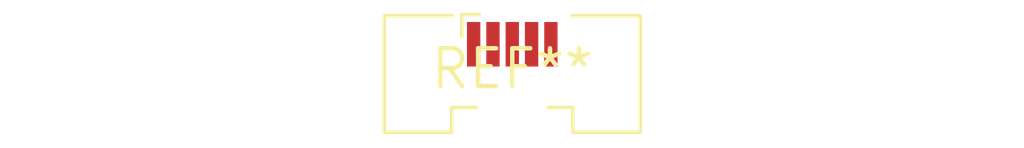
<source format=kicad_pcb>
(kicad_pcb (version 20240108) (generator pcbnew)
  (layers (0 "F.Cu" signal) (31 "B.Cu" signal) (34 "B.Paste" user) (35 "F.Paste" user) (36 "B.SilkS" user "B.Silkscreen") (37 "F.SilkS" user "F.Silkscreen") (38 "B.Mask" user) (39 "F.Mask" user) (44 "Edge.Cuts" user))
  (net 0 "")
  (footprint "USB_Micro-B_Molex-105133-0031" (layer "F.Cu") (at 0 0)
    (property "Reference" "REF**")
    (property "Value" "USB_Micro-B_Molex-105133-0031")
    (fp_line (start -4.31 -1.785) (end -4.31 2.135) (layer "F.SilkS") (stroke (width 0.12)))
    (fp_line (start -4.31 2.135) (end -2.04 2.135) (layer "F.SilkS") (stroke (width 0.12)))
    (fp_line (start -2.04 1.305) (end -2.04 2.135) (layer "F.SilkS") (stroke (width 0.12)))
    (fp_line (start -2.04 1.305) (end -1.21 1.305) (layer "F.SilkS") (stroke (width 0.12)))
    (fp_line (start -2 -1.785) (end -4.31 -1.785) (layer "F.SilkS") (stroke (width 0.12)))
    (fp_line (start -1.7 -1.825) (end -1.1 -1.825) (layer "F.SilkS") (stroke (width 0.12)))
    (fp_line (start -1.7 -1.075) (end -1.7 -1.825) (layer "F.SilkS") (stroke (width 0.12)))
    (fp_line (start 2 -1.785) (end 4.31 -1.785) (layer "F.SilkS") (stroke (width 0.12)))
    (fp_line (start 2.04 1.305) (end 1.21 1.305) (layer "F.SilkS") (stroke (width 0.12)))
    (fp_line (start 2.04 1.305) (end 2.04 2.135) (layer "F.SilkS") (stroke (width 0.12)))
    (fp_line (start 4.31 -1.785) (end 4.31 2.135) (layer "F.SilkS") (stroke (width 0.12)))
    (fp_line (start 4.31 2.135) (end 2.04 2.135) (layer "F.SilkS") (stroke (width 0.12)))
    (pad "1" smd rect (at -1.3 -0.825) (size 0.45 1.5) (layers "F.Cu" "F.Paste" "F.Mask"))
    (pad "2" smd rect (at -0.65 -0.825) (size 0.45 1.5) (layers "F.Cu" "F.Paste" "F.Mask"))
    (pad "3" smd rect (at 0 -0.825) (size 0.45 1.5) (layers "F.Cu" "F.Paste" "F.Mask"))
    (pad "4" smd rect (at 0.65 -0.825) (size 0.45 1.5) (layers "F.Cu" "F.Paste" "F.Mask"))
    (pad "5" smd rect (at 1.3 -0.825) (size 0.45 1.5) (layers "F.Cu" "F.Paste" "F.Mask"))
    (pad "6" thru_hole oval (at -2.8 -1.075) (size 1.8 1.1) (drill oval 1.2 0.5) (layers *.Cu *.Mask) (remove_unused_layers))
    (pad "6" thru_hole oval (at 0 1.075) (size 2.2 1.1) (drill oval 1.6 0.5) (layers *.Cu *.Mask) (remove_unused_layers))
    (pad "6" thru_hole oval (at 2.8 -1.075) (size 1.8 1.1) (drill oval 1.2 0.5) (layers *.Cu *.Mask) (remove_unused_layers))
  )
)
</source>
